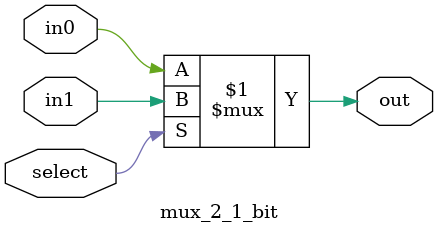
<source format=v>
module mux_2_1_bit(out, select, in0, in1);
	input select;
	input in0, in1;
	output out;
	assign out = select ? in1 : in0;
endmodule
</source>
